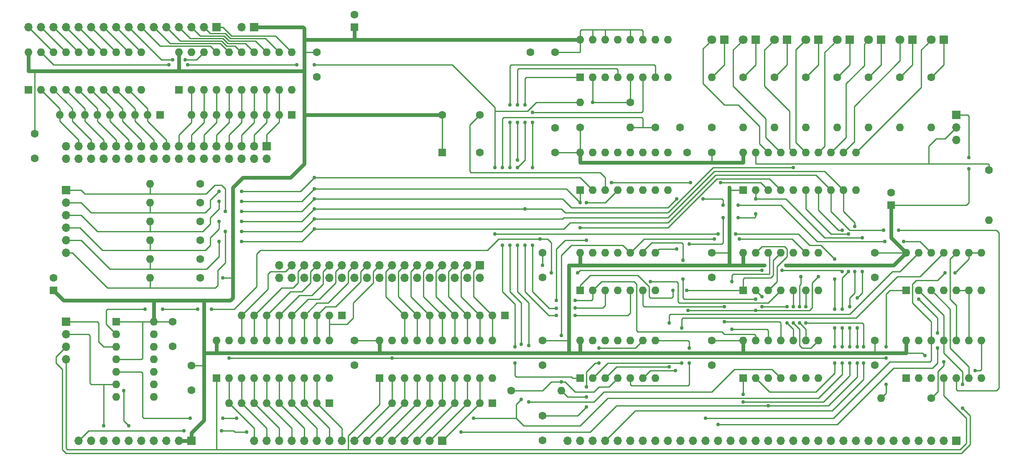
<source format=gtl>
G04 #@! TF.GenerationSoftware,KiCad,Pcbnew,(5.1.5)-3*
G04 #@! TF.CreationDate,2022-12-08T21:37:01-08:00*
G04 #@! TF.ProjectId,interface_clock,696e7465-7266-4616-9365-5f636c6f636b,rev?*
G04 #@! TF.SameCoordinates,Original*
G04 #@! TF.FileFunction,Copper,L1,Top*
G04 #@! TF.FilePolarity,Positive*
%FSLAX46Y46*%
G04 Gerber Fmt 4.6, Leading zero omitted, Abs format (unit mm)*
G04 Created by KiCad (PCBNEW (5.1.5)-3) date 2022-12-08 21:37:01*
%MOMM*%
%LPD*%
G04 APERTURE LIST*
%ADD10O,1.700000X1.700000*%
%ADD11R,1.700000X1.700000*%
%ADD12O,1.600000X1.600000*%
%ADD13R,1.600000X1.600000*%
%ADD14C,1.600000*%
%ADD15C,1.800000*%
%ADD16R,1.800000X1.800000*%
%ADD17C,0.762000*%
%ADD18C,0.762000*%
%ADD19C,0.254000*%
G04 APERTURE END LIST*
D10*
X60960000Y-87630000D03*
X60960000Y-85090000D03*
X63500000Y-87630000D03*
X63500000Y-85090000D03*
X66040000Y-87630000D03*
X66040000Y-85090000D03*
X68580000Y-87630000D03*
X68580000Y-85090000D03*
X71120000Y-87630000D03*
X71120000Y-85090000D03*
X73660000Y-87630000D03*
X73660000Y-85090000D03*
X76200000Y-87630000D03*
X76200000Y-85090000D03*
X78740000Y-87630000D03*
X78740000Y-85090000D03*
X81280000Y-87630000D03*
X81280000Y-85090000D03*
X83820000Y-87630000D03*
X83820000Y-85090000D03*
X86360000Y-87630000D03*
X86360000Y-85090000D03*
X88900000Y-87630000D03*
X88900000Y-85090000D03*
X91440000Y-87630000D03*
X91440000Y-85090000D03*
X93980000Y-87630000D03*
X93980000Y-85090000D03*
X96520000Y-87630000D03*
X96520000Y-85090000D03*
X99060000Y-87630000D03*
X99060000Y-85090000D03*
X101600000Y-87630000D03*
D11*
X101600000Y-85090000D03*
D10*
X104140000Y-111760000D03*
X104140000Y-109220000D03*
X106680000Y-111760000D03*
X106680000Y-109220000D03*
X109220000Y-111760000D03*
X109220000Y-109220000D03*
X111760000Y-111760000D03*
X111760000Y-109220000D03*
X114300000Y-111760000D03*
X114300000Y-109220000D03*
X116840000Y-111760000D03*
X116840000Y-109220000D03*
X119380000Y-111760000D03*
X119380000Y-109220000D03*
X121920000Y-111760000D03*
X121920000Y-109220000D03*
X124460000Y-111760000D03*
X124460000Y-109220000D03*
X127000000Y-111760000D03*
X127000000Y-109220000D03*
X129540000Y-111760000D03*
X129540000Y-109220000D03*
X132080000Y-111760000D03*
X132080000Y-109220000D03*
X134620000Y-111760000D03*
X134620000Y-109220000D03*
X137160000Y-111760000D03*
X137160000Y-109220000D03*
X139700000Y-111760000D03*
X139700000Y-109220000D03*
X142240000Y-111760000D03*
X142240000Y-109220000D03*
X144780000Y-111760000D03*
D11*
X144780000Y-109220000D03*
D12*
X165100000Y-63500000D03*
X182880000Y-71120000D03*
X167640000Y-63500000D03*
X180340000Y-71120000D03*
X170180000Y-63500000D03*
X177800000Y-71120000D03*
X172720000Y-63500000D03*
X175260000Y-71120000D03*
X175260000Y-63500000D03*
X172720000Y-71120000D03*
X177800000Y-63500000D03*
X170180000Y-71120000D03*
X180340000Y-63500000D03*
X167640000Y-71120000D03*
X182880000Y-63500000D03*
D13*
X165100000Y-71120000D03*
D12*
X161290000Y-134620000D03*
D14*
X151130000Y-134620000D03*
X157480000Y-144700000D03*
X157480000Y-139700000D03*
X155020000Y-66040000D03*
X160020000Y-66040000D03*
D12*
X165100000Y-76200000D03*
D14*
X175260000Y-76200000D03*
D12*
X226060000Y-136144000D03*
D14*
X236220000Y-136144000D03*
D12*
X198120000Y-106680000D03*
X213360000Y-114300000D03*
X200660000Y-106680000D03*
X210820000Y-114300000D03*
X203200000Y-106680000D03*
X208280000Y-114300000D03*
X205740000Y-106680000D03*
X205740000Y-114300000D03*
X208280000Y-106680000D03*
X203200000Y-114300000D03*
X210820000Y-106680000D03*
X200660000Y-114300000D03*
X213360000Y-106680000D03*
D13*
X198120000Y-114300000D03*
D10*
X96520000Y-60960000D03*
D11*
X99060000Y-60960000D03*
D12*
X175260000Y-81280000D03*
D14*
X165100000Y-81280000D03*
D12*
X236220000Y-81280000D03*
D14*
X236220000Y-71120000D03*
D15*
X236220000Y-63500000D03*
D16*
X238760000Y-63500000D03*
D15*
X229870000Y-63500000D03*
D16*
X232410000Y-63500000D03*
D12*
X78740000Y-120650000D03*
X71120000Y-135890000D03*
X78740000Y-123190000D03*
X71120000Y-133350000D03*
X78740000Y-125730000D03*
X71120000Y-130810000D03*
X78740000Y-128270000D03*
X71120000Y-128270000D03*
X78740000Y-130810000D03*
X71120000Y-125730000D03*
X78740000Y-133350000D03*
X71120000Y-123190000D03*
X78740000Y-135890000D03*
D13*
X71120000Y-120650000D03*
D14*
X82550000Y-125650000D03*
X82550000Y-120650000D03*
D12*
X198120000Y-86360000D03*
X220980000Y-93980000D03*
X200660000Y-86360000D03*
X218440000Y-93980000D03*
X203200000Y-86360000D03*
X215900000Y-93980000D03*
X205740000Y-86360000D03*
X213360000Y-93980000D03*
X208280000Y-86360000D03*
X210820000Y-93980000D03*
X210820000Y-86360000D03*
X208280000Y-93980000D03*
X213360000Y-86360000D03*
X205740000Y-93980000D03*
X215900000Y-86360000D03*
X203200000Y-93980000D03*
X218440000Y-86360000D03*
X200660000Y-93980000D03*
X220980000Y-86360000D03*
D13*
X198120000Y-93980000D03*
D12*
X247904000Y-100076000D03*
D14*
X247904000Y-89916000D03*
D12*
X229870000Y-81280000D03*
D14*
X229870000Y-71120000D03*
D12*
X223520000Y-81280000D03*
D14*
X223520000Y-71120000D03*
D12*
X217170000Y-81280000D03*
D14*
X217170000Y-71120000D03*
D12*
X210820000Y-81280000D03*
D14*
X210820000Y-71120000D03*
D12*
X204470000Y-81280000D03*
D14*
X204470000Y-71120000D03*
D12*
X198120000Y-81280000D03*
D14*
X198120000Y-71120000D03*
D10*
X241300000Y-83820000D03*
X241300000Y-81280000D03*
D11*
X241300000Y-78740000D03*
D15*
X223520000Y-63500000D03*
D16*
X226060000Y-63500000D03*
D15*
X217170000Y-63500000D03*
D16*
X219710000Y-63500000D03*
D15*
X210820000Y-63500000D03*
D16*
X213360000Y-63500000D03*
D15*
X204470000Y-63500000D03*
D16*
X207010000Y-63500000D03*
D15*
X198120000Y-63500000D03*
D16*
X200660000Y-63500000D03*
D15*
X191770000Y-63500000D03*
D16*
X194310000Y-63500000D03*
D14*
X186770000Y-86360000D03*
X191770000Y-86360000D03*
D12*
X165100000Y-124460000D03*
X180340000Y-132080000D03*
X167640000Y-124460000D03*
X177800000Y-132080000D03*
X170180000Y-124460000D03*
X175260000Y-132080000D03*
X172720000Y-124460000D03*
X172720000Y-132080000D03*
X175260000Y-124460000D03*
X170180000Y-132080000D03*
X177800000Y-124460000D03*
X167640000Y-132080000D03*
X180340000Y-124460000D03*
D13*
X165100000Y-132080000D03*
D12*
X77978000Y-111760000D03*
D14*
X88138000Y-111760000D03*
D12*
X77978000Y-107950000D03*
D14*
X88138000Y-107950000D03*
D12*
X77978000Y-104140000D03*
D14*
X88138000Y-104140000D03*
D12*
X77978000Y-100330000D03*
D14*
X88138000Y-100330000D03*
D12*
X77978000Y-96520000D03*
D14*
X88138000Y-96520000D03*
D12*
X77978000Y-92710000D03*
D14*
X88138000Y-92710000D03*
D12*
X191770000Y-71120000D03*
D14*
X191770000Y-81280000D03*
D10*
X60960000Y-128270000D03*
X60960000Y-125730000D03*
X60960000Y-123190000D03*
D11*
X60960000Y-120650000D03*
D10*
X60960000Y-106680000D03*
X60960000Y-104140000D03*
X60960000Y-101600000D03*
X60960000Y-99060000D03*
X60960000Y-96520000D03*
D11*
X60960000Y-93980000D03*
D14*
X185340000Y-81280000D03*
X180340000Y-81280000D03*
X157480000Y-129460000D03*
X157480000Y-124460000D03*
X144780000Y-86360000D03*
X144780000Y-78740000D03*
X137160000Y-78740000D03*
D13*
X137160000Y-86360000D03*
D12*
X165100000Y-86360000D03*
X182880000Y-93980000D03*
X167640000Y-86360000D03*
X180340000Y-93980000D03*
X170180000Y-86360000D03*
X177800000Y-93980000D03*
X172720000Y-86360000D03*
X175260000Y-93980000D03*
X175260000Y-86360000D03*
X172720000Y-93980000D03*
X177800000Y-86360000D03*
X170180000Y-93980000D03*
X180340000Y-86360000D03*
X167640000Y-93980000D03*
X182880000Y-86360000D03*
D13*
X165100000Y-93980000D03*
D12*
X83820000Y-66040000D03*
X106680000Y-73660000D03*
X86360000Y-66040000D03*
X104140000Y-73660000D03*
X88900000Y-66040000D03*
X101600000Y-73660000D03*
X91440000Y-66040000D03*
X99060000Y-73660000D03*
X93980000Y-66040000D03*
X96520000Y-73660000D03*
X96520000Y-66040000D03*
X93980000Y-73660000D03*
X99060000Y-66040000D03*
X91440000Y-73660000D03*
X101600000Y-66040000D03*
X88900000Y-73660000D03*
X104140000Y-66040000D03*
X86360000Y-73660000D03*
X106680000Y-66040000D03*
D13*
X83820000Y-73660000D03*
D12*
X53340000Y-66040000D03*
X76200000Y-73660000D03*
X55880000Y-66040000D03*
X73660000Y-73660000D03*
X58420000Y-66040000D03*
X71120000Y-73660000D03*
X60960000Y-66040000D03*
X68580000Y-73660000D03*
X63500000Y-66040000D03*
X66040000Y-73660000D03*
X66040000Y-66040000D03*
X63500000Y-73660000D03*
X68580000Y-66040000D03*
X60960000Y-73660000D03*
X71120000Y-66040000D03*
X58420000Y-73660000D03*
X73660000Y-66040000D03*
X55880000Y-73660000D03*
X76200000Y-66040000D03*
D13*
X53340000Y-73660000D03*
D12*
X124460000Y-124460000D03*
X147320000Y-132080000D03*
X127000000Y-124460000D03*
X144780000Y-132080000D03*
X129540000Y-124460000D03*
X142240000Y-132080000D03*
X132080000Y-124460000D03*
X139700000Y-132080000D03*
X134620000Y-124460000D03*
X137160000Y-132080000D03*
X137160000Y-124460000D03*
X134620000Y-132080000D03*
X139700000Y-124460000D03*
X132080000Y-132080000D03*
X142240000Y-124460000D03*
X129540000Y-132080000D03*
X144780000Y-124460000D03*
X127000000Y-132080000D03*
X147320000Y-124460000D03*
D13*
X124460000Y-132080000D03*
D12*
X91440000Y-124460000D03*
X114300000Y-132080000D03*
X93980000Y-124460000D03*
X111760000Y-132080000D03*
X96520000Y-124460000D03*
X109220000Y-132080000D03*
X99060000Y-124460000D03*
X106680000Y-132080000D03*
X101600000Y-124460000D03*
X104140000Y-132080000D03*
X104140000Y-124460000D03*
X101600000Y-132080000D03*
X106680000Y-124460000D03*
X99060000Y-132080000D03*
X109220000Y-124460000D03*
X96520000Y-132080000D03*
X111760000Y-124460000D03*
X93980000Y-132080000D03*
X114300000Y-124460000D03*
D13*
X91440000Y-132080000D03*
D12*
X231140000Y-106680000D03*
X246380000Y-114300000D03*
X233680000Y-106680000D03*
X243840000Y-114300000D03*
X236220000Y-106680000D03*
X241300000Y-114300000D03*
X238760000Y-106680000D03*
X238760000Y-114300000D03*
X241300000Y-106680000D03*
X236220000Y-114300000D03*
X243840000Y-106680000D03*
X233680000Y-114300000D03*
X246380000Y-106680000D03*
D13*
X231140000Y-114300000D03*
D12*
X231140000Y-124460000D03*
X246380000Y-132080000D03*
X233680000Y-124460000D03*
X243840000Y-132080000D03*
X236220000Y-124460000D03*
X241300000Y-132080000D03*
X238760000Y-124460000D03*
X238760000Y-132080000D03*
X241300000Y-124460000D03*
X236220000Y-132080000D03*
X243840000Y-124460000D03*
X233680000Y-132080000D03*
X246380000Y-124460000D03*
D13*
X231140000Y-132080000D03*
D12*
X165100000Y-106680000D03*
X180340000Y-114300000D03*
X167640000Y-106680000D03*
X177800000Y-114300000D03*
X170180000Y-106680000D03*
X175260000Y-114300000D03*
X172720000Y-106680000D03*
X172720000Y-114300000D03*
X175260000Y-106680000D03*
X170180000Y-114300000D03*
X177800000Y-106680000D03*
X167640000Y-114300000D03*
X180340000Y-106680000D03*
D13*
X165100000Y-114300000D03*
D12*
X198120000Y-124460000D03*
X213360000Y-132080000D03*
X200660000Y-124460000D03*
X210820000Y-132080000D03*
X203200000Y-124460000D03*
X208280000Y-132080000D03*
X205740000Y-124460000D03*
X205740000Y-132080000D03*
X208280000Y-124460000D03*
X203200000Y-132080000D03*
X210820000Y-124460000D03*
X200660000Y-132080000D03*
X213360000Y-124460000D03*
D13*
X198120000Y-132080000D03*
D11*
X137160000Y-144780000D03*
D10*
X134620000Y-144780000D03*
X132080000Y-144780000D03*
X129540000Y-144780000D03*
X127000000Y-144780000D03*
X124460000Y-144780000D03*
X121920000Y-144780000D03*
X119380000Y-144780000D03*
X116840000Y-144780000D03*
X114300000Y-144780000D03*
X111760000Y-144780000D03*
X109220000Y-144780000D03*
X106680000Y-144780000D03*
X104140000Y-144780000D03*
X101600000Y-144780000D03*
X99060000Y-144780000D03*
D11*
X86360000Y-144780000D03*
D10*
X83820000Y-144780000D03*
X81280000Y-144780000D03*
X78740000Y-144780000D03*
X76200000Y-144780000D03*
X73660000Y-144780000D03*
X71120000Y-144780000D03*
X68580000Y-144780000D03*
X66040000Y-144780000D03*
X63500000Y-144780000D03*
X162560000Y-144780000D03*
X165100000Y-144780000D03*
X167640000Y-144780000D03*
X170180000Y-144780000D03*
X172720000Y-144780000D03*
X175260000Y-144780000D03*
X177800000Y-144780000D03*
X180340000Y-144780000D03*
X182880000Y-144780000D03*
X185420000Y-144780000D03*
X187960000Y-144780000D03*
X190500000Y-144780000D03*
X193040000Y-144780000D03*
X195580000Y-144780000D03*
X198120000Y-144780000D03*
X200660000Y-144780000D03*
X203200000Y-144780000D03*
X205740000Y-144780000D03*
X208280000Y-144780000D03*
X210820000Y-144780000D03*
X213360000Y-144780000D03*
X215900000Y-144780000D03*
X218440000Y-144780000D03*
X220980000Y-144780000D03*
X223520000Y-144780000D03*
X226060000Y-144780000D03*
X228600000Y-144780000D03*
X231140000Y-144780000D03*
X233680000Y-144780000D03*
X236220000Y-144780000D03*
X238760000Y-144780000D03*
D11*
X241300000Y-144780000D03*
D12*
X59690000Y-78740000D03*
X62230000Y-78740000D03*
X64770000Y-78740000D03*
X67310000Y-78740000D03*
X69850000Y-78740000D03*
X72390000Y-78740000D03*
X74930000Y-78740000D03*
X77470000Y-78740000D03*
D13*
X80010000Y-78740000D03*
D12*
X86360000Y-78740000D03*
X88900000Y-78740000D03*
X91440000Y-78740000D03*
X93980000Y-78740000D03*
X96520000Y-78740000D03*
X99060000Y-78740000D03*
X101600000Y-78740000D03*
X104140000Y-78740000D03*
D13*
X106680000Y-78740000D03*
D12*
X96520000Y-119380000D03*
X99060000Y-119380000D03*
X101600000Y-119380000D03*
X104140000Y-119380000D03*
X106680000Y-119380000D03*
X109220000Y-119380000D03*
X111760000Y-119380000D03*
X114300000Y-119380000D03*
D13*
X116840000Y-119380000D03*
D12*
X129540000Y-119380000D03*
X132080000Y-119380000D03*
X134620000Y-119380000D03*
X137160000Y-119380000D03*
X139700000Y-119380000D03*
X142240000Y-119380000D03*
X144780000Y-119380000D03*
X147320000Y-119380000D03*
D13*
X149860000Y-119380000D03*
D12*
X93980000Y-137160000D03*
X96520000Y-137160000D03*
X99060000Y-137160000D03*
X101600000Y-137160000D03*
X104140000Y-137160000D03*
X106680000Y-137160000D03*
X109220000Y-137160000D03*
X111760000Y-137160000D03*
D13*
X114300000Y-137160000D03*
D12*
X127000000Y-137160000D03*
X129540000Y-137160000D03*
X132080000Y-137160000D03*
X134620000Y-137160000D03*
X137160000Y-137160000D03*
X139700000Y-137160000D03*
X142240000Y-137160000D03*
X144780000Y-137160000D03*
D13*
X147320000Y-137160000D03*
D10*
X53340000Y-60960000D03*
X55880000Y-60960000D03*
X58420000Y-60960000D03*
X60960000Y-60960000D03*
X63500000Y-60960000D03*
X66040000Y-60960000D03*
X68580000Y-60960000D03*
X71120000Y-60960000D03*
X73660000Y-60960000D03*
X76200000Y-60960000D03*
X78740000Y-60960000D03*
X81280000Y-60960000D03*
X83820000Y-60960000D03*
X86360000Y-60960000D03*
X88900000Y-60960000D03*
D11*
X91440000Y-60960000D03*
D14*
X228092000Y-94528000D03*
D13*
X228092000Y-97028000D03*
D14*
X58420000Y-111800000D03*
D13*
X58420000Y-114300000D03*
D14*
X119380000Y-58460000D03*
D13*
X119380000Y-60960000D03*
D14*
X160020000Y-81360000D03*
X160020000Y-86360000D03*
X111760000Y-71040000D03*
X111760000Y-66040000D03*
X54610000Y-87550000D03*
X54610000Y-82550000D03*
X119380000Y-129460000D03*
X119380000Y-124460000D03*
X86360000Y-134540000D03*
X86360000Y-129540000D03*
X224790000Y-111680000D03*
X224790000Y-106680000D03*
X224790000Y-129460000D03*
X224790000Y-124460000D03*
X157480000Y-111680000D03*
X157480000Y-106680000D03*
X191770000Y-129460000D03*
X191770000Y-124460000D03*
X191770000Y-106680000D03*
X191770000Y-111680000D03*
D17*
X202438000Y-109220000D03*
X206756000Y-109220000D03*
X208026000Y-109219992D03*
X201168000Y-109220000D03*
X195326000Y-94742000D03*
X195326000Y-93472000D03*
X195326000Y-88392000D03*
X196596000Y-88392000D03*
X164084000Y-109220000D03*
X243840000Y-87376000D03*
X157480000Y-109220000D03*
X167640000Y-76200000D03*
X243839988Y-89662000D03*
X234950000Y-127508000D03*
X238760000Y-128778000D03*
X92710000Y-111760000D03*
X210820000Y-120903994D03*
X210820000Y-117602000D03*
X222504000Y-125730000D03*
X222504000Y-129032000D03*
X239014000Y-110743994D03*
X241046000Y-110744000D03*
X190499996Y-140208000D03*
X193040000Y-141478000D03*
X237490000Y-125984000D03*
X73660000Y-141732000D03*
X72644000Y-134620000D03*
X68580000Y-141732000D03*
X92456000Y-142747986D03*
X84836000Y-142748000D03*
X222250000Y-110490000D03*
X222250000Y-103632000D03*
X203200002Y-137668000D03*
X221234000Y-121920000D03*
X221234000Y-115824000D03*
X221234000Y-125730006D03*
X221234000Y-129032000D03*
X184658000Y-105918000D03*
X200660000Y-98806000D03*
X200660000Y-95758000D03*
X187198000Y-104901992D03*
X197104000Y-99568000D03*
X194056000Y-99568000D03*
X140970000Y-143002000D03*
X97536000Y-143002000D03*
X82550016Y-67564000D03*
X85090000Y-67564000D03*
X208280000Y-89408000D03*
X164084000Y-119380000D03*
X160274000Y-119380000D03*
X153924000Y-105156000D03*
X153924000Y-97790000D03*
X91948000Y-100330000D03*
X96520000Y-100330006D03*
X111252000Y-97790000D03*
X209550000Y-120904000D03*
X209550000Y-117602000D03*
X209804000Y-111506000D03*
X194310000Y-117602000D03*
X194310000Y-120650000D03*
X160274000Y-117909987D03*
X164084000Y-117856000D03*
X155448008Y-105155996D03*
X152400000Y-87884000D03*
X152400000Y-80264000D03*
X152400000Y-76708000D03*
X193548000Y-92456000D03*
X187451994Y-92456000D03*
X171450000Y-92456000D03*
X91948000Y-94234000D03*
X96520000Y-94234000D03*
X111252000Y-91440000D03*
X165100000Y-96520000D03*
X165100000Y-101600000D03*
X91948000Y-96266006D03*
X96520000Y-96266000D03*
X111252000Y-93726000D03*
X245110000Y-130556000D03*
X242570000Y-133350000D03*
X242570000Y-138176000D03*
X186690000Y-114300000D03*
X183896000Y-114300000D03*
X166370000Y-96520000D03*
X166370000Y-104140000D03*
X164084000Y-116332000D03*
X160274000Y-116332000D03*
X233680000Y-116077988D03*
X237490000Y-122936000D03*
X207010000Y-120904000D03*
X207010000Y-117602000D03*
X201930000Y-117602000D03*
X201930000Y-115570000D03*
X151892000Y-125730006D03*
X151892000Y-129032010D03*
X149352000Y-89408000D03*
X149352000Y-105156000D03*
X189992000Y-95758000D03*
X184657980Y-95758000D03*
X226822000Y-104394000D03*
X230632000Y-104394000D03*
X197104006Y-97028000D03*
X194056000Y-97028000D03*
X93218000Y-98298000D03*
X96520000Y-98298000D03*
X111252000Y-95758000D03*
X183134000Y-129794000D03*
X183134000Y-120904000D03*
X185674000Y-129032018D03*
X185674000Y-121920000D03*
X195834000Y-122174000D03*
X195833990Y-112522000D03*
X179324000Y-112522000D03*
X219456000Y-110490000D03*
X219456000Y-102870000D03*
X218186000Y-118110000D03*
X218186000Y-121920000D03*
X218186000Y-125730000D03*
X218186000Y-129032010D03*
X153162010Y-125222000D03*
X150876000Y-76708000D03*
X150876000Y-80264000D03*
X150875986Y-105156000D03*
X150876000Y-89408000D03*
X153162000Y-136398000D03*
X92710000Y-140208006D03*
X86106000Y-140208000D03*
X143510000Y-140208000D03*
X95504000Y-140208000D03*
X218186012Y-110490000D03*
X201930000Y-110236000D03*
X205994000Y-110236000D03*
X164592000Y-110744000D03*
X218186000Y-102108000D03*
X159258006Y-110744000D03*
X156972000Y-103886000D03*
X155448000Y-78232000D03*
X155448000Y-80264000D03*
X155448000Y-89408000D03*
X76962000Y-118110000D03*
X80518000Y-118110000D03*
X87630000Y-118110004D03*
X90424000Y-118110000D03*
X220726000Y-110490000D03*
X220726000Y-101346000D03*
X198120000Y-136906000D03*
X198120000Y-135382000D03*
X219710000Y-121920000D03*
X219710000Y-117602000D03*
X219710004Y-125730000D03*
X219710000Y-129032000D03*
X93218000Y-102362000D03*
X96520000Y-102362000D03*
X111252000Y-99822000D03*
X226568000Y-102108000D03*
X229616000Y-102108000D03*
X91948000Y-104394006D03*
X96520000Y-104394000D03*
X111251996Y-101854004D03*
X216662000Y-112014000D03*
X216662000Y-118110000D03*
X216662000Y-121920000D03*
X216662000Y-125730000D03*
X216662000Y-129032000D03*
X216662000Y-107950000D03*
X147828000Y-89408000D03*
X147828000Y-102869996D03*
X196596000Y-102870000D03*
X193040000Y-102870000D03*
X81788000Y-68580000D03*
X85598000Y-68580000D03*
X107696000Y-68580012D03*
X111252000Y-68580000D03*
X227076000Y-125730000D03*
X127000000Y-128016000D03*
X93980000Y-128016000D03*
X227075992Y-128016000D03*
X227076000Y-133350000D03*
X168910000Y-129032000D03*
X168910000Y-125984020D03*
X166370000Y-133858000D03*
X166370000Y-135890000D03*
X166370000Y-137922000D03*
X161290000Y-123444000D03*
X161290000Y-132841996D03*
X197358000Y-103886000D03*
X192278000Y-103886000D03*
X200660000Y-116078000D03*
X200660000Y-118364000D03*
X185928000Y-112014000D03*
X185927994Y-108204000D03*
X186944000Y-118364000D03*
X184404000Y-130556000D03*
X213359994Y-111506000D03*
X154686000Y-125476000D03*
X154686000Y-136906000D03*
X152400000Y-89408000D03*
X152400000Y-105156000D03*
X153924000Y-80264000D03*
X153924000Y-76708000D03*
X187198000Y-125984000D03*
X187198000Y-129032000D03*
X208280000Y-120904000D03*
X208280000Y-117602000D03*
D18*
X86360000Y-143168000D02*
X88900000Y-140628000D01*
X86360000Y-144780000D02*
X86360000Y-143168000D01*
X83820000Y-144780000D02*
X86360000Y-144780000D01*
X231140000Y-127000000D02*
X231140000Y-124460000D01*
X198120000Y-124460000D02*
X198120000Y-127000000D01*
X165100000Y-124460000D02*
X165100000Y-127000000D01*
X162814000Y-127000000D02*
X165100000Y-127000000D01*
X165100000Y-127000000D02*
X198120000Y-127000000D01*
X165100000Y-107811370D02*
X165100000Y-109220000D01*
X165100000Y-106680000D02*
X165100000Y-107811370D01*
X165100000Y-109220000D02*
X195326000Y-109220000D01*
X195326000Y-109220000D02*
X198120000Y-109220000D01*
X198120000Y-106680000D02*
X198120000Y-109220000D01*
X198120000Y-109220000D02*
X199390000Y-109220000D01*
X198120000Y-86360000D02*
X198120000Y-88392000D01*
X165100000Y-88392000D02*
X165100000Y-86360000D01*
X201930000Y-109220000D02*
X202438000Y-109220000D01*
X199390000Y-109220000D02*
X201930000Y-109220000D01*
X231140000Y-106680000D02*
X228600008Y-109219992D01*
X228600008Y-109219992D02*
X208564815Y-109219992D01*
X208564815Y-109219992D02*
X208026000Y-109219992D01*
X208025992Y-109220000D02*
X208026000Y-109219992D01*
X206756000Y-109220000D02*
X208025992Y-109220000D01*
D19*
X201930000Y-109220000D02*
X201168000Y-109220000D01*
D18*
X195326000Y-98044000D02*
X195326000Y-94742000D01*
X198120000Y-88392000D02*
X196596000Y-88392000D01*
X195326000Y-88392000D02*
X196596000Y-88392000D01*
X91440000Y-124460000D02*
X91440000Y-127000000D01*
X88900000Y-127000000D02*
X91440000Y-127000000D01*
X124460000Y-126746000D02*
X124714000Y-127000000D01*
X91440000Y-127000000D02*
X124714000Y-127000000D01*
X124460000Y-124460000D02*
X124460000Y-126746000D01*
X99060000Y-60960000D02*
X108966000Y-60960000D01*
X108966000Y-60960000D02*
X109220000Y-61214000D01*
X109220000Y-70104000D02*
X109220000Y-69596000D01*
D19*
X119380000Y-124460000D02*
X124460000Y-124460000D01*
X157480000Y-124460000D02*
X162814000Y-124460000D01*
D18*
X162814000Y-127000000D02*
X162814000Y-124460000D01*
X162814000Y-124460000D02*
X162814000Y-109220000D01*
X162814000Y-109220000D02*
X164084000Y-109220000D01*
X164084000Y-109220000D02*
X165100000Y-109220000D01*
D19*
X160020000Y-86360000D02*
X165100000Y-86360000D01*
X165100000Y-81280000D02*
X165100000Y-86360000D01*
X111760000Y-66040000D02*
X109220000Y-66040000D01*
D18*
X109220000Y-66040000D02*
X109220000Y-66548000D01*
D19*
X191770000Y-86360000D02*
X191770000Y-88392000D01*
D18*
X195326000Y-88392000D02*
X191770000Y-88392000D01*
X191770000Y-88392000D02*
X165100000Y-88392000D01*
X231140000Y-106680000D02*
X228092000Y-103632000D01*
X228092000Y-103632000D02*
X228092000Y-97028000D01*
D19*
X224790000Y-106680000D02*
X231140000Y-106680000D01*
X224790000Y-124460000D02*
X224790000Y-125591370D01*
X224790000Y-125591370D02*
X224790000Y-127000000D01*
D18*
X198120000Y-127000000D02*
X224790000Y-127000000D01*
X224790000Y-127000000D02*
X228346000Y-127000000D01*
D19*
X191770000Y-106680000D02*
X195326000Y-106680000D01*
D18*
X195326000Y-109220000D02*
X195326000Y-106680000D01*
X195326000Y-106680000D02*
X195326000Y-98044000D01*
X195326000Y-94742000D02*
X195326000Y-93980000D01*
D19*
X198120000Y-93980000D02*
X195326000Y-93980000D01*
D18*
X195326000Y-93980000D02*
X195326000Y-93472000D01*
D19*
X191770000Y-124460000D02*
X198120000Y-124460000D01*
D18*
X137160000Y-78740000D02*
X109474000Y-78740000D01*
X109474000Y-78740000D02*
X109220000Y-78994000D01*
X109220000Y-78994000D02*
X109220000Y-70104000D01*
D19*
X137160000Y-78740000D02*
X137160000Y-86360000D01*
D18*
X109220000Y-66548000D02*
X109220000Y-69596000D01*
X124714000Y-127000000D02*
X150876000Y-127000000D01*
X162814000Y-127000000D02*
X150876000Y-127000000D01*
D19*
X157480000Y-106680000D02*
X157480000Y-109220000D01*
D18*
X109220000Y-63754000D02*
X109474000Y-63500000D01*
X109220000Y-63754000D02*
X109220000Y-66040000D01*
X109220000Y-61214000D02*
X109220000Y-63754000D01*
D19*
X175260000Y-71120000D02*
X175260000Y-72251370D01*
X175260000Y-72251370D02*
X175260000Y-76200000D01*
X175260000Y-76200000D02*
X167640000Y-76200000D01*
X167640000Y-71120000D02*
X167640000Y-76200000D01*
X160020000Y-66040000D02*
X165100000Y-66040000D01*
X165100000Y-66040000D02*
X165100000Y-63500000D01*
X243840000Y-89662012D02*
X243839988Y-89662000D01*
X243840000Y-96520000D02*
X243840000Y-89662012D01*
X228092000Y-97028000D02*
X243332000Y-97028000D01*
X243332000Y-97028000D02*
X243840000Y-96520000D01*
D18*
X228346000Y-127000000D02*
X231140000Y-127000000D01*
D19*
X234442000Y-127000000D02*
X231140000Y-127000000D01*
X234950000Y-127508000D02*
X234442000Y-127000000D01*
X238760000Y-129540000D02*
X238760000Y-128778000D01*
X237563011Y-130736989D02*
X238760000Y-129540000D01*
X236220000Y-136144000D02*
X237563011Y-134800989D01*
X237563011Y-134800989D02*
X237563011Y-130736989D01*
X175260000Y-62368630D02*
X175260000Y-61468000D01*
X175260000Y-63500000D02*
X175260000Y-62368630D01*
X170180000Y-63500000D02*
X170180000Y-61468000D01*
X170180000Y-61468000D02*
X175260000Y-61468000D01*
X177800000Y-61722000D02*
X177800000Y-63500000D01*
X175260000Y-61468000D02*
X177546000Y-61468000D01*
X177546000Y-61468000D02*
X177800000Y-61722000D01*
X167640000Y-61468000D02*
X170180000Y-61468000D01*
X167640000Y-63500000D02*
X167640000Y-61468000D01*
X165354000Y-61468000D02*
X167640000Y-61468000D01*
X165100000Y-63500000D02*
X165100000Y-61722000D01*
X165100000Y-61722000D02*
X165354000Y-61468000D01*
X243840000Y-87376000D02*
X243840000Y-78994000D01*
X243586000Y-78740000D02*
X241300000Y-78740000D01*
X243840000Y-78994000D02*
X243586000Y-78740000D01*
D18*
X83820000Y-69850000D02*
X83820000Y-66040000D01*
X53340000Y-69850000D02*
X53340000Y-66040000D01*
X108966000Y-69850000D02*
X53340000Y-69850000D01*
X109220000Y-69596000D02*
X108966000Y-69850000D01*
X119380000Y-63500000D02*
X119380000Y-60960000D01*
X119380000Y-63500000D02*
X165100000Y-63500000D01*
X109474000Y-63500000D02*
X119380000Y-63500000D01*
D19*
X71120000Y-120650000D02*
X76962000Y-120650000D01*
X76708000Y-120650000D02*
X76962000Y-120650000D01*
X76962000Y-120650000D02*
X78740000Y-120650000D01*
X76454000Y-128016000D02*
X76454000Y-120650000D01*
X71120000Y-128270000D02*
X76200000Y-128270000D01*
X76200000Y-128270000D02*
X76454000Y-128016000D01*
D18*
X78740000Y-120650000D02*
X78740000Y-116332000D01*
X88900000Y-124460000D02*
X88900000Y-116332000D01*
X88900000Y-127000000D02*
X88900000Y-124460000D01*
D19*
X54610000Y-75692000D02*
X54610000Y-69850000D01*
X54610000Y-82296000D02*
X54610000Y-75692000D01*
X78740000Y-120650000D02*
X82550000Y-120650000D01*
X86360000Y-129540000D02*
X88900000Y-129540000D01*
D18*
X88900000Y-140628000D02*
X88900000Y-129540000D01*
X88900000Y-129540000D02*
X88900000Y-127000000D01*
D19*
X94488000Y-111760000D02*
X92710000Y-111760000D01*
X94742000Y-111506000D02*
X94488000Y-111760000D01*
D18*
X96774000Y-91440000D02*
X106426000Y-91440000D01*
X106426000Y-91440000D02*
X109220000Y-88646000D01*
X60452000Y-116332000D02*
X94234000Y-116332000D01*
X58420000Y-114300000D02*
X60452000Y-116332000D01*
X94234000Y-116332000D02*
X94742000Y-115824000D01*
X109220000Y-88646000D02*
X109220000Y-78994000D01*
X94742000Y-115824000D02*
X94742000Y-93472000D01*
X94742000Y-93472000D02*
X96774000Y-91440000D01*
D19*
X210820000Y-114300000D02*
X210820000Y-117602000D01*
X222504000Y-125191185D02*
X222504000Y-125730000D01*
X222249994Y-120903994D02*
X222504000Y-121158000D01*
X210820000Y-120903994D02*
X222249994Y-120903994D01*
X222504000Y-121158000D02*
X222504000Y-125191185D01*
X222504000Y-132334000D02*
X222504000Y-129032000D01*
X216154000Y-138684000D02*
X222504000Y-132334000D01*
X170180000Y-144780000D02*
X176276000Y-138684000D01*
X176276000Y-138684000D02*
X216154000Y-138684000D01*
X243840000Y-106680000D02*
X246380000Y-106680000D01*
X243840000Y-106680000D02*
X243840000Y-107950000D01*
X241426999Y-110363001D02*
X241046000Y-110744000D01*
X243840000Y-107950000D02*
X241426999Y-110363001D01*
X238633001Y-111124993D02*
X239014000Y-110743994D01*
X236220000Y-120650000D02*
X232410000Y-116840000D01*
X233172000Y-112268000D02*
X237489994Y-112268000D01*
X237489994Y-112268000D02*
X238633001Y-111124993D01*
X236220000Y-124460000D02*
X236220000Y-120650000D01*
X232410000Y-113030000D02*
X233172000Y-112268000D01*
X232410000Y-116840000D02*
X232410000Y-113030000D01*
X191038811Y-140208000D02*
X190499996Y-140208000D01*
X236220000Y-128524000D02*
X235966000Y-128778000D01*
X236220000Y-124460000D02*
X236220000Y-128524000D01*
X227838000Y-128778000D02*
X216408000Y-140208000D01*
X235966000Y-128778000D02*
X227838000Y-128778000D01*
X216408000Y-140208000D02*
X191038811Y-140208000D01*
X243840000Y-124460000D02*
X243840000Y-114300000D01*
X243840000Y-114300000D02*
X241300000Y-114300000D01*
X237490000Y-129032000D02*
X237490000Y-125984000D01*
X236474000Y-130048000D02*
X237490000Y-129032000D01*
X228600000Y-130048000D02*
X236474000Y-130048000D01*
X193040000Y-141478000D02*
X217170000Y-141478000D01*
X217170000Y-141478000D02*
X228600000Y-130048000D01*
X72644000Y-135158815D02*
X72644000Y-134620000D01*
X73660000Y-141732000D02*
X72644000Y-140716000D01*
X72644000Y-140716000D02*
X72644000Y-135158815D01*
X67310000Y-120650000D02*
X60960000Y-120650000D01*
X67564000Y-120904000D02*
X67310000Y-120650000D01*
X67564000Y-124714000D02*
X67564000Y-120904000D01*
X71120000Y-125730000D02*
X68580000Y-125730000D01*
X68580000Y-125730000D02*
X67564000Y-124714000D01*
X65786000Y-123444000D02*
X65532000Y-123190000D01*
X65786000Y-133096000D02*
X65786000Y-123444000D01*
X65532000Y-123190000D02*
X60960000Y-123190000D01*
X71120000Y-133350000D02*
X66040000Y-133350000D01*
X66040000Y-133350000D02*
X65786000Y-133096000D01*
X68580000Y-141193185D02*
X68580000Y-141732000D01*
X71120000Y-133350000D02*
X68580000Y-133350000D01*
X68580000Y-133350000D02*
X68580000Y-141193185D01*
X65532000Y-142748000D02*
X84836000Y-142748000D01*
X63500000Y-144780000D02*
X65532000Y-142748000D01*
X222250000Y-110490000D02*
X222250000Y-114808000D01*
X222250000Y-114808000D02*
X221234000Y-115824000D01*
X221234000Y-122458815D02*
X221234000Y-125730006D01*
X221234000Y-121920000D02*
X221234000Y-122458815D01*
X214630000Y-103632000D02*
X222250000Y-103632000D01*
X206756000Y-95758000D02*
X214630000Y-103632000D01*
X200914000Y-95758000D02*
X206756000Y-95758000D01*
X200660000Y-93980000D02*
X200660000Y-95504000D01*
X200660000Y-95504000D02*
X200914000Y-95758000D01*
X203200002Y-137668000D02*
X215392000Y-137668000D01*
X221234000Y-131826000D02*
X221234000Y-129032000D01*
X215392000Y-137668000D02*
X221234000Y-131826000D01*
X181102000Y-105918000D02*
X184658000Y-105918000D01*
X180340000Y-106680000D02*
X181102000Y-105918000D01*
X187198000Y-104901992D02*
X193802008Y-104901992D01*
X193802008Y-104901992D02*
X194056000Y-104648000D01*
X194056000Y-104648000D02*
X194056000Y-100106815D01*
X194056000Y-100106815D02*
X194056000Y-99568000D01*
X197642815Y-99568000D02*
X197104000Y-99568000D01*
X200406000Y-99568000D02*
X197642815Y-99568000D01*
X200660000Y-98806000D02*
X200660000Y-99314000D01*
X200660000Y-99314000D02*
X200406000Y-99568000D01*
X167132000Y-143002000D02*
X141508815Y-143002000D01*
X141508815Y-143002000D02*
X140970000Y-143002000D01*
X172466000Y-137668000D02*
X167132000Y-143002000D01*
X203200002Y-137668000D02*
X172466000Y-137668000D01*
X95123000Y-143002000D02*
X97536000Y-143002000D01*
X94869000Y-142748000D02*
X95123000Y-143002000D01*
X92456000Y-142747986D02*
X92456014Y-142748000D01*
X92456014Y-142748000D02*
X94869000Y-142748000D01*
X137160000Y-144780000D02*
X144780000Y-137160000D01*
X144780000Y-137160000D02*
X144780000Y-132080000D01*
X134620000Y-144780000D02*
X135469999Y-143930001D01*
X135469999Y-143930001D02*
X142240000Y-137160000D01*
X142240000Y-132080000D02*
X142240000Y-137160000D01*
X132080000Y-144780000D02*
X132929999Y-143930001D01*
X132929999Y-143930001D02*
X139700000Y-137160000D01*
X139700000Y-132080000D02*
X139700000Y-137160000D01*
X137160000Y-137160000D02*
X136360001Y-137959999D01*
X136360001Y-137959999D02*
X129540000Y-144780000D01*
X137160000Y-132080000D02*
X137160000Y-137160000D01*
X127000000Y-144780000D02*
X127849999Y-143930001D01*
X127849999Y-143930001D02*
X134620000Y-137160000D01*
X134620000Y-132080000D02*
X134620000Y-137160000D01*
X132080000Y-137160000D02*
X131280001Y-137959999D01*
X131280001Y-137959999D02*
X124460000Y-144780000D01*
X132080000Y-132080000D02*
X132080000Y-137160000D01*
X121920000Y-144780000D02*
X122769999Y-143930001D01*
X122769999Y-143930001D02*
X129540000Y-137160000D01*
X129540000Y-132080000D02*
X129540000Y-137160000D01*
X119380000Y-144780000D02*
X127000000Y-137160000D01*
X127000000Y-137160000D02*
X127000000Y-136028630D01*
X127000000Y-136028630D02*
X127000000Y-132080000D01*
X116840000Y-142240000D02*
X116840000Y-144780000D01*
X111760000Y-137160000D02*
X116840000Y-142240000D01*
X111760000Y-137160000D02*
X111760000Y-132080000D01*
X109220000Y-137160000D02*
X114300000Y-142240000D01*
X114300000Y-142240000D02*
X114300000Y-144780000D01*
X109220000Y-132080000D02*
X109220000Y-137160000D01*
X106680000Y-137160000D02*
X111760000Y-142240000D01*
X111760000Y-142240000D02*
X111760000Y-144780000D01*
X106680000Y-137160000D02*
X106680000Y-136028630D01*
X106680000Y-136028630D02*
X106680000Y-132080000D01*
X104140000Y-137160000D02*
X109220000Y-142240000D01*
X109220000Y-142240000D02*
X109220000Y-144780000D01*
X104140000Y-132080000D02*
X104140000Y-133211370D01*
X104140000Y-133211370D02*
X104140000Y-137160000D01*
X101600000Y-137160000D02*
X106680000Y-142240000D01*
X106680000Y-142240000D02*
X106680000Y-144780000D01*
X101600000Y-137160000D02*
X101600000Y-136028630D01*
X101600000Y-136028630D02*
X101600000Y-132080000D01*
X99060000Y-137160000D02*
X104140000Y-142240000D01*
X104140000Y-142240000D02*
X104140000Y-144780000D01*
X99060000Y-132080000D02*
X99060000Y-137160000D01*
X101600000Y-143577919D02*
X101600000Y-144780000D01*
X96520000Y-137160000D02*
X101600000Y-142240000D01*
X101600000Y-142240000D02*
X101600000Y-143577919D01*
X96520000Y-137160000D02*
X96520000Y-132080000D01*
X93980000Y-137160000D02*
X99060000Y-142240000D01*
X99060000Y-142240000D02*
X99060000Y-144780000D01*
X93980000Y-132080000D02*
X93980000Y-137160000D01*
X53340000Y-60960000D02*
X54189999Y-61809999D01*
X54189999Y-61809999D02*
X58420000Y-66040000D01*
X55880000Y-60960000D02*
X60960000Y-66040000D01*
X58420000Y-60960000D02*
X63500000Y-66040000D01*
X60960000Y-60960000D02*
X66040000Y-66040000D01*
X63500000Y-60960000D02*
X64349999Y-61809999D01*
X64349999Y-61809999D02*
X68580000Y-66040000D01*
X66040000Y-60960000D02*
X71120000Y-66040000D01*
X68580000Y-60960000D02*
X69429999Y-61809999D01*
X69429999Y-61809999D02*
X73660000Y-66040000D01*
X71120000Y-60960000D02*
X71969999Y-61809999D01*
X71969999Y-61809999D02*
X76200000Y-66040000D01*
X80264000Y-67564000D02*
X82550016Y-67564000D01*
X73660000Y-60960000D02*
X80264000Y-67564000D01*
X87376000Y-67564000D02*
X85090000Y-67564000D01*
X88900000Y-66040000D02*
X87376000Y-67564000D01*
X90640001Y-65240001D02*
X91440000Y-66040000D01*
X90170000Y-64770000D02*
X90640001Y-65240001D01*
X76200000Y-60960000D02*
X80010000Y-64770000D01*
X80010000Y-64770000D02*
X90170000Y-64770000D01*
X92202000Y-64262000D02*
X93180001Y-65240001D01*
X78740000Y-60960000D02*
X82042000Y-64262000D01*
X93180001Y-65240001D02*
X93980000Y-66040000D01*
X82042000Y-64262000D02*
X92202000Y-64262000D01*
X96377001Y-66040000D02*
X96520000Y-66040000D01*
X84074000Y-63754000D02*
X92456000Y-63754000D01*
X92456000Y-63754000D02*
X93472000Y-64770000D01*
X93472000Y-64770000D02*
X95107001Y-64770000D01*
X81280000Y-60960000D02*
X84074000Y-63754000D01*
X95107001Y-64770000D02*
X96377001Y-66040000D01*
X97282000Y-64262000D02*
X99060000Y-66040000D01*
X93726000Y-64262000D02*
X97282000Y-64262000D01*
X92710000Y-63246000D02*
X93726000Y-64262000D01*
X83820000Y-60960000D02*
X86106000Y-63246000D01*
X86106000Y-63246000D02*
X92710000Y-63246000D01*
X93980000Y-63754000D02*
X99314000Y-63754000D01*
X92964000Y-62738000D02*
X93980000Y-63754000D01*
X86360000Y-60960000D02*
X88138000Y-62738000D01*
X99314000Y-63754000D02*
X101600000Y-66040000D01*
X88138000Y-62738000D02*
X92964000Y-62738000D01*
X103340001Y-65240001D02*
X104140000Y-66040000D01*
X90170000Y-62230000D02*
X93218000Y-62230000D01*
X88900000Y-60960000D02*
X90170000Y-62230000D01*
X93218000Y-62230000D02*
X94234000Y-63246000D01*
X101346000Y-63246000D02*
X103340001Y-65240001D01*
X94234000Y-63246000D02*
X101346000Y-63246000D01*
X103378000Y-62738000D02*
X106680000Y-66040000D01*
X91440000Y-60960000D02*
X92710000Y-60960000D01*
X94488000Y-62738000D02*
X103378000Y-62738000D01*
X92710000Y-60960000D02*
X94488000Y-62738000D01*
X59690000Y-80010000D02*
X62650001Y-82970001D01*
X55880000Y-73660000D02*
X59690000Y-77470000D01*
X59690000Y-77470000D02*
X59690000Y-80010000D01*
X62650001Y-82970001D02*
X63500000Y-83820000D01*
X63500000Y-83820000D02*
X63500000Y-85090000D01*
X58420000Y-73660000D02*
X60817001Y-76057001D01*
X60817001Y-76057001D02*
X62230000Y-77470000D01*
X62230000Y-77470000D02*
X62230000Y-80010000D01*
X62230000Y-80010000D02*
X66040000Y-83820000D01*
X66040000Y-83820000D02*
X66040000Y-85090000D01*
X68580000Y-83820000D02*
X67730001Y-82970001D01*
X67730001Y-82970001D02*
X64770000Y-80010000D01*
X64770000Y-80010000D02*
X64770000Y-77470000D01*
X64770000Y-77470000D02*
X60960000Y-73660000D01*
X68580000Y-83820000D02*
X68580000Y-85090000D01*
X63500000Y-73660000D02*
X67310000Y-77470000D01*
X67310000Y-77470000D02*
X67310000Y-78740000D01*
X67310000Y-78740000D02*
X67310000Y-80010000D01*
X67310000Y-80010000D02*
X71120000Y-83820000D01*
X71120000Y-83820000D02*
X71120000Y-85090000D01*
X73660000Y-83820000D02*
X69850000Y-80010000D01*
X69850000Y-80010000D02*
X69850000Y-78740000D01*
X69850000Y-78740000D02*
X69850000Y-77608630D01*
X69850000Y-77608630D02*
X69850000Y-77470000D01*
X69850000Y-77470000D02*
X66040000Y-73660000D01*
X73660000Y-83820000D02*
X73660000Y-85090000D01*
X76200000Y-83820000D02*
X72390000Y-80010000D01*
X72390000Y-80010000D02*
X72390000Y-78740000D01*
X68580000Y-73660000D02*
X71374000Y-76454000D01*
X71374000Y-76454000D02*
X72390000Y-77470000D01*
X72390000Y-77470000D02*
X72390000Y-78740000D01*
X76200000Y-83820000D02*
X76200000Y-85090000D01*
X78740000Y-83820000D02*
X74930000Y-80010000D01*
X74930000Y-80010000D02*
X74930000Y-78740000D01*
X71120000Y-73660000D02*
X74930000Y-77470000D01*
X74930000Y-77470000D02*
X74930000Y-78740000D01*
X78740000Y-83820000D02*
X78740000Y-85090000D01*
X81280000Y-83820000D02*
X77470000Y-80010000D01*
X77470000Y-80010000D02*
X77470000Y-78740000D01*
X77470000Y-78740000D02*
X77470000Y-77470000D01*
X77470000Y-77470000D02*
X73660000Y-73660000D01*
X81280000Y-83820000D02*
X81280000Y-85090000D01*
X83820000Y-83820000D02*
X83820000Y-82804000D01*
X86360000Y-80264000D02*
X86360000Y-78740000D01*
X83820000Y-82804000D02*
X86360000Y-80264000D01*
X86360000Y-73660000D02*
X86360000Y-74791370D01*
X86360000Y-74791370D02*
X86360000Y-78740000D01*
X83820000Y-83820000D02*
X83820000Y-85090000D01*
X88900000Y-79871370D02*
X88900000Y-78740000D01*
X88900000Y-80297959D02*
X88900000Y-79871370D01*
X86360000Y-83820000D02*
X86360000Y-82837959D01*
X86360000Y-82837959D02*
X88900000Y-80297959D01*
X88900000Y-73660000D02*
X88900000Y-78740000D01*
X86360000Y-83820000D02*
X86360000Y-85090000D01*
X91440000Y-80264000D02*
X91440000Y-78740000D01*
X88900000Y-83820000D02*
X88900000Y-82804000D01*
X88900000Y-82804000D02*
X91440000Y-80264000D01*
X91440000Y-73660000D02*
X91440000Y-78740000D01*
X88900000Y-83820000D02*
X88900000Y-85090000D01*
X91440000Y-83820000D02*
X91440000Y-82804000D01*
X93980000Y-80264000D02*
X93980000Y-78740000D01*
X91440000Y-82804000D02*
X93980000Y-80264000D01*
X93980000Y-78740000D02*
X93980000Y-73660000D01*
X91440000Y-83820000D02*
X91440000Y-85090000D01*
X96520000Y-80297959D02*
X96520000Y-74791370D01*
X93980000Y-83820000D02*
X93980000Y-82837959D01*
X96520000Y-74791370D02*
X96520000Y-73660000D01*
X93980000Y-82837959D02*
X96520000Y-80297959D01*
X93980000Y-83820000D02*
X93980000Y-85090000D01*
X99060000Y-80264000D02*
X99060000Y-73660000D01*
X96520000Y-83820000D02*
X96520000Y-82804000D01*
X96520000Y-82804000D02*
X99060000Y-80264000D01*
X96520000Y-83820000D02*
X96520000Y-85090000D01*
X101600000Y-74791370D02*
X101600000Y-73660000D01*
X101600000Y-80297959D02*
X101600000Y-74791370D01*
X99060000Y-83820000D02*
X99060000Y-82837959D01*
X99060000Y-82837959D02*
X101600000Y-80297959D01*
X99060000Y-83820000D02*
X99060000Y-85090000D01*
X104140000Y-80176000D02*
X104140000Y-74791370D01*
X101600000Y-83820000D02*
X101600000Y-82716000D01*
X101600000Y-82716000D02*
X104140000Y-80176000D01*
X104140000Y-74791370D02*
X104140000Y-73660000D01*
X101600000Y-83820000D02*
X101600000Y-85090000D01*
X174752000Y-119380000D02*
X164084000Y-119380000D01*
X175260000Y-114300000D02*
X175260000Y-118872000D01*
X175260000Y-118872000D02*
X174752000Y-119380000D01*
X158750000Y-119380000D02*
X160274000Y-119380000D01*
X153924000Y-105156000D02*
X153924000Y-114554000D01*
X153924000Y-114554000D02*
X158750000Y-119380000D01*
X182880000Y-98552000D02*
X162052000Y-98552000D01*
X161290000Y-97790000D02*
X153924000Y-97790000D01*
X208280000Y-89408000D02*
X192024000Y-89408000D01*
X162052000Y-98552000D02*
X161290000Y-97790000D01*
X192024000Y-89408000D02*
X182880000Y-98552000D01*
X153924000Y-97790000D02*
X111252000Y-97790000D01*
X77978000Y-104140000D02*
X77978000Y-106172000D01*
X96520006Y-100330000D02*
X96520000Y-100330006D01*
X111252000Y-97790000D02*
X108712000Y-100330000D01*
X108712000Y-100330000D02*
X96520006Y-100330000D01*
X90170000Y-103632000D02*
X91948000Y-101854000D01*
X77978000Y-106172000D02*
X89154000Y-106172000D01*
X91948000Y-101854000D02*
X91948000Y-100330000D01*
X90170000Y-105156000D02*
X90170000Y-103632000D01*
X89154000Y-106172000D02*
X90170000Y-105156000D01*
X60960000Y-101600000D02*
X63754000Y-101600000D01*
X68326000Y-106172000D02*
X77978000Y-106172000D01*
X63754000Y-101600000D02*
X68326000Y-106172000D01*
X96520000Y-124460000D02*
X96520000Y-119380000D01*
X101854000Y-114046000D02*
X101854000Y-110998000D01*
X105918000Y-109982000D02*
X106680000Y-109220000D01*
X101854000Y-110998000D02*
X102362000Y-110490000D01*
X102362000Y-110490000D02*
X105410000Y-110490000D01*
X96520000Y-119380000D02*
X101854000Y-114046000D01*
X105410000Y-110490000D02*
X105918000Y-109982000D01*
X99060000Y-124460000D02*
X99060000Y-119380000D01*
X107950000Y-112776000D02*
X107950000Y-110490000D01*
X99060000Y-119380000D02*
X104648000Y-113792000D01*
X107950000Y-110490000D02*
X109220000Y-109220000D01*
X106934000Y-113792000D02*
X107950000Y-112776000D01*
X104648000Y-113792000D02*
X106934000Y-113792000D01*
X101600000Y-119380000D02*
X101600000Y-124460000D01*
X106426000Y-114554000D02*
X101600000Y-119380000D01*
X108712000Y-114554000D02*
X106426000Y-114554000D01*
X110490000Y-112776000D02*
X108712000Y-114554000D01*
X111760000Y-109220000D02*
X110490000Y-110490000D01*
X110490000Y-110490000D02*
X110490000Y-112776000D01*
X104140000Y-124460000D02*
X104140000Y-119380000D01*
X113030000Y-110490000D02*
X114300000Y-109220000D01*
X110744000Y-115316000D02*
X113030000Y-113030000D01*
X113030000Y-113030000D02*
X113030000Y-110490000D01*
X104140000Y-119380000D02*
X108204000Y-115316000D01*
X108204000Y-115316000D02*
X110744000Y-115316000D01*
X106680000Y-119380000D02*
X106680000Y-124460000D01*
X109982000Y-116078000D02*
X106680000Y-119380000D01*
X112268000Y-116078000D02*
X109982000Y-116078000D01*
X115570000Y-112776000D02*
X112268000Y-116078000D01*
X116840000Y-109220000D02*
X115570000Y-110490000D01*
X115570000Y-110490000D02*
X115570000Y-112776000D01*
X109220000Y-124460000D02*
X109220000Y-119380000D01*
X118110000Y-110490000D02*
X118110000Y-112776000D01*
X119380000Y-109220000D02*
X118110000Y-110490000D01*
X118110000Y-112776000D02*
X114046000Y-116840000D01*
X114046000Y-116840000D02*
X111760000Y-116840000D01*
X110019999Y-118580001D02*
X109220000Y-119380000D01*
X111760000Y-116840000D02*
X110019999Y-118580001D01*
X111760000Y-119380000D02*
X111760000Y-124460000D01*
X120650000Y-112522000D02*
X115570000Y-117602000D01*
X121920000Y-109220000D02*
X120650000Y-110490000D01*
X113538000Y-117602000D02*
X111760000Y-119380000D01*
X115570000Y-117602000D02*
X113538000Y-117602000D01*
X120650000Y-110490000D02*
X120650000Y-112522000D01*
X123190000Y-110490000D02*
X124460000Y-109220000D01*
X123190000Y-112776000D02*
X123190000Y-110490000D01*
X114300000Y-121158000D02*
X117856000Y-121158000D01*
X114300000Y-121158000D02*
X114300000Y-119380000D01*
X114300000Y-124460000D02*
X114300000Y-121158000D01*
X119126000Y-119888000D02*
X119126000Y-116840000D01*
X117856000Y-121158000D02*
X119126000Y-119888000D01*
X119126000Y-116840000D02*
X123190000Y-112776000D01*
X129540000Y-119380000D02*
X129540000Y-124460000D01*
X125730000Y-110490000D02*
X127000000Y-109220000D01*
X129540000Y-119380000D02*
X125730000Y-115570000D01*
X125730000Y-115570000D02*
X125730000Y-110490000D01*
X132080000Y-119380000D02*
X132080000Y-124460000D01*
X132080000Y-119380000D02*
X128270000Y-115570000D01*
X128270000Y-110490000D02*
X129540000Y-109220000D01*
X128270000Y-115570000D02*
X128270000Y-110490000D01*
X134620000Y-124460000D02*
X134620000Y-119380000D01*
X130810000Y-110490000D02*
X132080000Y-109220000D01*
X134620000Y-119380000D02*
X130810000Y-115570000D01*
X130810000Y-115570000D02*
X130810000Y-110490000D01*
X137160000Y-119380000D02*
X137160000Y-124460000D01*
X133350000Y-115570000D02*
X137160000Y-119380000D01*
X134620000Y-109220000D02*
X133350000Y-110490000D01*
X133350000Y-110490000D02*
X133350000Y-115570000D01*
X139700000Y-124460000D02*
X139700000Y-119380000D01*
X135890000Y-110490000D02*
X137160000Y-109220000D01*
X139700000Y-119380000D02*
X135890000Y-115570000D01*
X135890000Y-115570000D02*
X135890000Y-110490000D01*
X142240000Y-119380000D02*
X142240000Y-124460000D01*
X138430000Y-110490000D02*
X139700000Y-109220000D01*
X142240000Y-119380000D02*
X138430000Y-115570000D01*
X138430000Y-115570000D02*
X138430000Y-110490000D01*
X144780000Y-124460000D02*
X144780000Y-119380000D01*
X140970000Y-110490000D02*
X142240000Y-109220000D01*
X144780000Y-119380000D02*
X140970000Y-115570000D01*
X140970000Y-115570000D02*
X140970000Y-110490000D01*
X147320000Y-119380000D02*
X147320000Y-124460000D01*
X143510000Y-110490000D02*
X144780000Y-109220000D01*
X147320000Y-119380000D02*
X143510000Y-115570000D01*
X143510000Y-115570000D02*
X143510000Y-110490000D01*
X210820000Y-124460000D02*
X210820000Y-122174000D01*
X210820000Y-122174000D02*
X209550000Y-120904000D01*
X209550000Y-117602000D02*
X209550000Y-113284000D01*
X209804000Y-113030000D02*
X209804000Y-111506000D01*
X209550000Y-113284000D02*
X209804000Y-113030000D01*
X178054000Y-117602000D02*
X193771185Y-117602000D01*
X193771185Y-117602000D02*
X194310000Y-117602000D01*
X177800000Y-114300000D02*
X177800000Y-117348000D01*
X177800000Y-117348000D02*
X178054000Y-117602000D01*
X194848815Y-120650000D02*
X194310000Y-120650000D01*
X205486000Y-120650000D02*
X194848815Y-120650000D01*
X205740000Y-124460000D02*
X205740000Y-120904000D01*
X205740000Y-120904000D02*
X205486000Y-120650000D01*
X169672000Y-117856000D02*
X164084000Y-117856000D01*
X170180000Y-114300000D02*
X170180000Y-117348000D01*
X170180000Y-117348000D02*
X169672000Y-117856000D01*
X158803987Y-117909987D02*
X160274000Y-117909987D01*
X155448000Y-114554000D02*
X158803987Y-117909987D01*
X155448008Y-105155996D02*
X155448000Y-105156004D01*
X155448000Y-105156004D02*
X155448000Y-114554000D01*
X152400000Y-85090000D02*
X152400000Y-87884000D01*
X152400000Y-85090000D02*
X152400000Y-80264000D01*
X172720000Y-69596000D02*
X172720000Y-71120000D01*
X172466000Y-69342000D02*
X172720000Y-69596000D01*
X152400000Y-76708000D02*
X152400000Y-69596000D01*
X152654000Y-69342000D02*
X172466000Y-69342000D01*
X152400000Y-69596000D02*
X152654000Y-69342000D01*
X203200000Y-93980000D02*
X201676000Y-92456000D01*
X201676000Y-92456000D02*
X193548000Y-92456000D01*
X171450000Y-92456000D02*
X187451994Y-92456000D01*
X167640000Y-93980000D02*
X165100000Y-91440000D01*
X165100000Y-91440000D02*
X111252000Y-91440000D01*
X77978000Y-96520000D02*
X77978000Y-98552000D01*
X90170000Y-96012000D02*
X91948000Y-94234000D01*
X77978000Y-98552000D02*
X89154000Y-98552000D01*
X90170000Y-97536000D02*
X90170000Y-96012000D01*
X89154000Y-98552000D02*
X90170000Y-97536000D01*
X108458000Y-94234000D02*
X96520000Y-94234000D01*
X111252000Y-91440000D02*
X108458000Y-94234000D01*
X66040000Y-98552000D02*
X77978000Y-98552000D01*
X60960000Y-96520000D02*
X64008000Y-96520000D01*
X64008000Y-96520000D02*
X66040000Y-98552000D01*
X165100000Y-93980000D02*
X165100000Y-96520000D01*
X192786000Y-91694000D02*
X182880000Y-101600000D01*
X203454000Y-91694000D02*
X192786000Y-91694000D01*
X205740000Y-93980000D02*
X203454000Y-91694000D01*
X182880000Y-101600000D02*
X165638815Y-101600000D01*
X165638815Y-101600000D02*
X165100000Y-101600000D01*
X165100000Y-96520000D02*
X162306000Y-93726000D01*
X162306000Y-93726000D02*
X111252000Y-93726000D01*
X77978000Y-100330000D02*
X77978000Y-102362000D01*
X91948000Y-97805410D02*
X91948000Y-96266006D01*
X90170000Y-99583410D02*
X91948000Y-97805410D01*
X90170000Y-100838000D02*
X90170000Y-99583410D01*
X77978000Y-102362000D02*
X88646000Y-102362000D01*
X88646000Y-102362000D02*
X90170000Y-100838000D01*
X96900999Y-96266000D02*
X96520000Y-96266000D01*
X111252000Y-93726000D02*
X108712000Y-96266000D01*
X108712000Y-96266000D02*
X96900999Y-96266000D01*
X67310000Y-102362000D02*
X77978000Y-102362000D01*
X60960000Y-99060000D02*
X64008000Y-99060000D01*
X64008000Y-99060000D02*
X67310000Y-102362000D01*
X91440000Y-146558000D02*
X91440000Y-132080000D01*
X118110000Y-143764000D02*
X118110000Y-146558000D01*
X124460000Y-132080000D02*
X124460000Y-137414000D01*
X124460000Y-137414000D02*
X118110000Y-143764000D01*
X242063301Y-146558000D02*
X118110000Y-146558000D01*
X243332000Y-145289301D02*
X242063301Y-146558000D01*
X243332000Y-140208000D02*
X243332000Y-145289301D01*
X238760000Y-132080000D02*
X238760000Y-135636000D01*
X238760000Y-135636000D02*
X243332000Y-140208000D01*
X60960000Y-146304000D02*
X60960000Y-128270000D01*
X118110000Y-146558000D02*
X61214000Y-146558000D01*
X61214000Y-146558000D02*
X60960000Y-146304000D01*
X246126000Y-130556000D02*
X245110000Y-130556000D01*
X246380000Y-124460000D02*
X246380000Y-130302000D01*
X246380000Y-130302000D02*
X246126000Y-130556000D01*
X238760000Y-124460000D02*
X238760000Y-119380000D01*
X238760000Y-119380000D02*
X233680000Y-114300000D01*
X242570000Y-130810000D02*
X242570000Y-133350000D01*
X238760000Y-124460000D02*
X238760000Y-127000000D01*
X238760000Y-127000000D02*
X242570000Y-130810000D01*
X58928000Y-129032000D02*
X58928000Y-127762000D01*
X244094000Y-139700000D02*
X244094000Y-145542000D01*
X58928000Y-127762000D02*
X60960000Y-125730000D01*
X242570000Y-138176000D02*
X244094000Y-139700000D01*
X244094000Y-145542000D02*
X242316000Y-147320000D01*
X242316000Y-147320000D02*
X60960000Y-147320000D01*
X60198000Y-130302000D02*
X58928000Y-129032000D01*
X60198000Y-146558000D02*
X60198000Y-130302000D01*
X60960000Y-147320000D02*
X60198000Y-146558000D01*
X204978000Y-109474000D02*
X204978000Y-112522000D01*
X201930000Y-105410000D02*
X206502000Y-105410000D01*
X200660000Y-106680000D02*
X201930000Y-105410000D01*
X204978000Y-112522000D02*
X203200000Y-114300000D01*
X206502000Y-105410000D02*
X207010000Y-105918000D01*
X207010000Y-107442000D02*
X204978000Y-109474000D01*
X207010000Y-105918000D02*
X207010000Y-107442000D01*
X198120000Y-114300000D02*
X186690000Y-114300000D01*
X204216000Y-108204000D02*
X205740000Y-106680000D01*
X198374000Y-111760000D02*
X203708000Y-111760000D01*
X198120000Y-114300000D02*
X198120000Y-112014000D01*
X203708000Y-111760000D02*
X204216000Y-111252000D01*
X198120000Y-112014000D02*
X198374000Y-111760000D01*
X204216000Y-111252000D02*
X204216000Y-108204000D01*
X183896000Y-115570000D02*
X183896000Y-114300000D01*
X183642000Y-115824000D02*
X183896000Y-115570000D01*
X179324000Y-115824000D02*
X183642000Y-115824000D01*
X179070000Y-115570000D02*
X179324000Y-115824000D01*
X165100000Y-113246000D02*
X167094000Y-111252000D01*
X176784000Y-111252000D02*
X179070000Y-113538000D01*
X165100000Y-114300000D02*
X165100000Y-113246000D01*
X167094000Y-111252000D02*
X176784000Y-111252000D01*
X179070000Y-113538000D02*
X179070000Y-115570000D01*
X170180000Y-96520000D02*
X166908815Y-96520000D01*
X172720000Y-93980000D02*
X170180000Y-96520000D01*
X166908815Y-96520000D02*
X166370000Y-96520000D01*
X166370000Y-104140000D02*
X162052000Y-104140000D01*
X162052000Y-104140000D02*
X160274000Y-105918000D01*
X160274000Y-115793185D02*
X160274000Y-116332000D01*
X160274000Y-105918000D02*
X160274000Y-115793185D01*
X167386000Y-116332000D02*
X164084000Y-116332000D01*
X167640000Y-114300000D02*
X167640000Y-116078000D01*
X167640000Y-116078000D02*
X167386000Y-116332000D01*
X200406000Y-123190000D02*
X200660000Y-123444000D01*
X176784000Y-122682000D02*
X193802000Y-122682000D01*
X193802000Y-122682000D02*
X194310000Y-123190000D01*
X167640000Y-114300000D02*
X169418000Y-112522000D01*
X176022000Y-112522000D02*
X176530000Y-113030000D01*
X200660000Y-123444000D02*
X200660000Y-124460000D01*
X176530000Y-113030000D02*
X176530000Y-122428000D01*
X194310000Y-123190000D02*
X200406000Y-123190000D01*
X169418000Y-112522000D02*
X176022000Y-112522000D01*
X176530000Y-122428000D02*
X176784000Y-122682000D01*
X237490000Y-119887988D02*
X237490000Y-122397185D01*
X233680000Y-116077988D02*
X237490000Y-119887988D01*
X237490000Y-122397185D02*
X237490000Y-122936000D01*
X240500001Y-107479999D02*
X241300000Y-106680000D01*
X240030000Y-107950000D02*
X240500001Y-107479999D01*
X240030000Y-116078000D02*
X240030000Y-107950000D01*
X241300000Y-124460000D02*
X241300000Y-117348000D01*
X241300000Y-117348000D02*
X240030000Y-116078000D01*
X170180000Y-91440000D02*
X170180000Y-93980000D01*
X142748000Y-80772000D02*
X142748000Y-90170000D01*
X169164000Y-90424000D02*
X170180000Y-91440000D01*
X144780000Y-78740000D02*
X142748000Y-80772000D01*
X142748000Y-90170000D02*
X143002000Y-90424000D01*
X143002000Y-90424000D02*
X169164000Y-90424000D01*
X208280000Y-124460000D02*
X208280000Y-122174000D01*
X208280000Y-122174000D02*
X207010000Y-120904000D01*
X207010000Y-117602000D02*
X201930000Y-117602000D01*
X201930000Y-115570000D02*
X200660000Y-114300000D01*
X240030000Y-125984000D02*
X240030000Y-118110000D01*
X243840000Y-132080000D02*
X243840000Y-129794000D01*
X237019999Y-115099999D02*
X236220000Y-114300000D01*
X240030000Y-118110000D02*
X237019999Y-115099999D01*
X243840000Y-129794000D02*
X240030000Y-125984000D01*
X177800000Y-81280000D02*
X180340000Y-81280000D01*
X175260000Y-81280000D02*
X177800000Y-81280000D01*
X163576000Y-132080000D02*
X165100000Y-132080000D01*
X163322000Y-131826000D02*
X163576000Y-132080000D01*
X152146000Y-131826000D02*
X163322000Y-131826000D01*
X151892000Y-129032010D02*
X151892000Y-131572000D01*
X151892000Y-131572000D02*
X152146000Y-131826000D01*
X149352000Y-114554000D02*
X149352000Y-113030000D01*
X149352000Y-113030000D02*
X149352000Y-105156000D01*
X151892000Y-125730006D02*
X151892000Y-117094000D01*
X151892000Y-117094000D02*
X149352000Y-114554000D01*
X149352000Y-88869185D02*
X149352000Y-89408000D01*
X177800000Y-79502000D02*
X177546000Y-79248000D01*
X177546000Y-79248000D02*
X149606000Y-79248000D01*
X177800000Y-81280000D02*
X177800000Y-79502000D01*
X149606000Y-79248000D02*
X149352000Y-79502000D01*
X149352000Y-79502000D02*
X149352000Y-88869185D01*
X233934000Y-104394000D02*
X230632000Y-104394000D01*
X236220000Y-106680000D02*
X233934000Y-104394000D01*
X213106000Y-104394000D02*
X205740000Y-97028000D01*
X226822000Y-104394000D02*
X213106000Y-104394000D01*
X197642821Y-97028000D02*
X197104006Y-97028000D01*
X205740000Y-97028000D02*
X197642821Y-97028000D01*
X194056000Y-96012000D02*
X194056000Y-97028000D01*
X189992000Y-95758000D02*
X193802000Y-95758000D01*
X193802000Y-95758000D02*
X194056000Y-96012000D01*
X182879980Y-97536000D02*
X163322000Y-97536000D01*
X184657980Y-95758000D02*
X182879980Y-97536000D01*
X161544000Y-95758000D02*
X111252000Y-95758000D01*
X163322000Y-97536000D02*
X161544000Y-95758000D01*
X77978000Y-92710000D02*
X77978000Y-94742000D01*
X93218000Y-93726000D02*
X93218000Y-98298000D01*
X92456000Y-92964000D02*
X93218000Y-93726000D01*
X77978000Y-94742000D02*
X89281000Y-94742000D01*
X91059000Y-92964000D02*
X92456000Y-92964000D01*
X89281000Y-94742000D02*
X91059000Y-92964000D01*
X103632000Y-98298000D02*
X96520000Y-98298000D01*
X111252000Y-95758000D02*
X108712000Y-98298000D01*
X108712000Y-98298000D02*
X103632000Y-98298000D01*
X64770000Y-94742000D02*
X77978000Y-94742000D01*
X60960000Y-93980000D02*
X64008000Y-93980000D01*
X64008000Y-93980000D02*
X64770000Y-94742000D01*
X182595185Y-129794000D02*
X183134000Y-129794000D01*
X172466000Y-129794000D02*
X182595185Y-129794000D01*
X170180000Y-132080000D02*
X172466000Y-129794000D01*
X183134000Y-119380000D02*
X183134000Y-120904000D01*
X229870000Y-110490000D02*
X228346000Y-110490000D01*
X219710000Y-119126000D02*
X183388000Y-119126000D01*
X233680000Y-106680000D02*
X229870000Y-110490000D01*
X228346000Y-110490000D02*
X219710000Y-119126000D01*
X183388000Y-119126000D02*
X183134000Y-119380000D01*
X167640000Y-132080000D02*
X170687982Y-129032018D01*
X170687982Y-129032018D02*
X185135185Y-129032018D01*
X185135185Y-129032018D02*
X185674000Y-129032018D01*
X185674000Y-120142000D02*
X185674000Y-121920000D01*
X233934000Y-111506000D02*
X229362000Y-111506000D01*
X238760000Y-106680000D02*
X233934000Y-111506000D01*
X229362000Y-111506000D02*
X220980000Y-119888000D01*
X220980000Y-119888000D02*
X185928000Y-119888000D01*
X185928000Y-119888000D02*
X185674000Y-120142000D01*
X191770000Y-71120000D02*
X194310000Y-68580000D01*
X194310000Y-68580000D02*
X194310000Y-63500000D01*
X198120000Y-71120000D02*
X200660000Y-68580000D01*
X200660000Y-68580000D02*
X200660000Y-63500000D01*
X204470000Y-71120000D02*
X207010000Y-68580000D01*
X207010000Y-68580000D02*
X207010000Y-63500000D01*
X210820000Y-71120000D02*
X213360000Y-68580000D01*
X213360000Y-68580000D02*
X213360000Y-63500000D01*
X217170000Y-71120000D02*
X219710000Y-68580000D01*
X219710000Y-68580000D02*
X219710000Y-63500000D01*
X226060000Y-68580000D02*
X226060000Y-63500000D01*
X223520000Y-71120000D02*
X226060000Y-68580000D01*
X200660000Y-86360000D02*
X200660000Y-88646000D01*
X200660000Y-88646000D02*
X231140000Y-88646000D01*
X231140000Y-88646000D02*
X247650000Y-88646000D01*
X247765370Y-88646000D02*
X247904000Y-88784630D01*
X247650000Y-88646000D02*
X247765370Y-88646000D01*
X247904000Y-88784630D02*
X247904000Y-89916000D01*
X239014000Y-83566000D02*
X241300000Y-81280000D01*
X237236000Y-83566000D02*
X239014000Y-83566000D01*
X235712000Y-88646000D02*
X235712000Y-85090000D01*
X235712000Y-85090000D02*
X237236000Y-83566000D01*
X196372815Y-122174000D02*
X195834000Y-122174000D01*
X202946000Y-122174000D02*
X196372815Y-122174000D01*
X203200000Y-124460000D02*
X203200000Y-122428000D01*
X203200000Y-122428000D02*
X202946000Y-122174000D01*
X195833990Y-111252010D02*
X195833990Y-112522000D01*
X196088000Y-110998000D02*
X195833990Y-111252010D01*
X203454000Y-110998000D02*
X196088000Y-110998000D01*
X203200000Y-106680000D02*
X203454000Y-106934000D01*
X203454000Y-106934000D02*
X203454000Y-110998000D01*
X184912000Y-112776000D02*
X184658000Y-112522000D01*
X185166000Y-116840000D02*
X184912000Y-116586000D01*
X184658000Y-112522000D02*
X179862815Y-112522000D01*
X203200000Y-116840000D02*
X185166000Y-116840000D01*
X184912000Y-116586000D02*
X184912000Y-112776000D01*
X205740000Y-114300000D02*
X203200000Y-116840000D01*
X179862815Y-112522000D02*
X179324000Y-112522000D01*
X229870000Y-71120000D02*
X232410000Y-68580000D01*
X232410000Y-68580000D02*
X232410000Y-63500000D01*
X238760000Y-68580000D02*
X238760000Y-63500000D01*
X236220000Y-71120000D02*
X238760000Y-68580000D01*
X218917185Y-102870000D02*
X219456000Y-102870000D01*
X215900000Y-102870000D02*
X218917185Y-102870000D01*
X210820000Y-93980000D02*
X210820000Y-97790000D01*
X210820000Y-97790000D02*
X215900000Y-102870000D01*
X218186000Y-117571185D02*
X218186000Y-118110000D01*
X218186000Y-111760000D02*
X218186000Y-117571185D01*
X219456000Y-110490000D02*
X218186000Y-111760000D01*
X218186000Y-121920000D02*
X218186000Y-125730000D01*
X153162000Y-136398000D02*
X152146000Y-137414000D01*
X152146000Y-137414000D02*
X152146000Y-140208000D01*
X151130000Y-68580000D02*
X180086000Y-68580000D01*
X150876000Y-68834000D02*
X151130000Y-68580000D01*
X150876000Y-76708000D02*
X150876000Y-68834000D01*
X180086000Y-68580000D02*
X180340000Y-68834000D01*
X180340000Y-68834000D02*
X180340000Y-71120000D01*
X150876000Y-89408000D02*
X150876000Y-80264000D01*
X150876000Y-105156014D02*
X150876000Y-114554000D01*
X150875986Y-105156000D02*
X150876000Y-105156014D01*
X150876000Y-114554000D02*
X153162010Y-116840010D01*
X153162010Y-116840010D02*
X153162010Y-125222000D01*
X85567185Y-140208000D02*
X86106000Y-140208000D01*
X76200000Y-130810000D02*
X76454000Y-131064000D01*
X71120000Y-130810000D02*
X76200000Y-130810000D01*
X76454000Y-131064000D02*
X76454000Y-139954000D01*
X76454000Y-139954000D02*
X76708000Y-140208000D01*
X76708000Y-140208000D02*
X85567185Y-140208000D01*
X152146000Y-140208000D02*
X144048815Y-140208000D01*
X144048815Y-140208000D02*
X143510000Y-140208000D01*
X153162000Y-141224000D02*
X152146000Y-140208000D01*
X153670000Y-141732000D02*
X153162000Y-141224000D01*
X218186000Y-131318000D02*
X213360000Y-136144000D01*
X218186000Y-129032010D02*
X218186000Y-131318000D01*
X213360000Y-136144000D02*
X170688000Y-136144000D01*
X170688000Y-136144000D02*
X165100000Y-141732000D01*
X165100000Y-141732000D02*
X153670000Y-141732000D01*
X92710000Y-140208006D02*
X95503994Y-140208006D01*
X95503994Y-140208006D02*
X95504000Y-140208000D01*
X201930000Y-110236000D02*
X172720000Y-110236000D01*
X172720000Y-110236000D02*
X165100000Y-110236000D01*
X165100000Y-110236000D02*
X164592000Y-110744000D01*
X217424000Y-102108000D02*
X218186000Y-102108000D01*
X213360000Y-93980000D02*
X213360000Y-98044000D01*
X213360000Y-98044000D02*
X217424000Y-102108000D01*
X206532815Y-110236000D02*
X205994000Y-110236000D01*
X218186012Y-110490000D02*
X217932012Y-110236000D01*
X217932012Y-110236000D02*
X206532815Y-110236000D01*
X159258006Y-110744000D02*
X159258006Y-104648006D01*
X158496000Y-103886000D02*
X156972000Y-103886000D01*
X159258006Y-104648006D02*
X158496000Y-103886000D01*
X177800000Y-77978000D02*
X177800000Y-71120000D01*
X177546000Y-78232000D02*
X177800000Y-77978000D01*
X155448000Y-78232000D02*
X177546000Y-78232000D01*
X155448000Y-89408000D02*
X155448000Y-80264000D01*
X80518000Y-118110000D02*
X87629996Y-118110000D01*
X87629996Y-118110000D02*
X87630000Y-118110004D01*
X76581001Y-118110000D02*
X76962000Y-118110000D01*
X69088000Y-118364000D02*
X69342000Y-118110000D01*
X69342000Y-118110000D02*
X76581001Y-118110000D01*
X71120000Y-123190000D02*
X69088000Y-121158000D01*
X69088000Y-121158000D02*
X69088000Y-118364000D01*
X94996000Y-118110000D02*
X90424000Y-118110000D01*
X148590000Y-103886000D02*
X146304000Y-106172000D01*
X156972000Y-103886000D02*
X148590000Y-103886000D01*
X146304000Y-106172000D02*
X100330000Y-106172000D01*
X99568006Y-113537994D02*
X94996000Y-118110000D01*
X100330000Y-106172000D02*
X99568006Y-106933994D01*
X99568006Y-106933994D02*
X99568006Y-113537994D01*
X190870001Y-64399999D02*
X191770000Y-63500000D01*
X189992000Y-65278000D02*
X190870001Y-64399999D01*
X203200000Y-86360000D02*
X201422000Y-84582000D01*
X197104000Y-76708000D02*
X194310000Y-76708000D01*
X201422000Y-84582000D02*
X201422000Y-81026000D01*
X201422000Y-81026000D02*
X197104000Y-76708000D01*
X189992000Y-72390000D02*
X189992000Y-65278000D01*
X194310000Y-76708000D02*
X189992000Y-72390000D01*
X197220001Y-64399999D02*
X198120000Y-63500000D01*
X205740000Y-86360000D02*
X202692000Y-83312000D01*
X196088000Y-65532000D02*
X197220001Y-64399999D01*
X202692000Y-79502000D02*
X196088000Y-72898000D01*
X202692000Y-83312000D02*
X202692000Y-79502000D01*
X196088000Y-72898000D02*
X196088000Y-65532000D01*
X203570001Y-64399999D02*
X204470000Y-63500000D01*
X208280000Y-86360000D02*
X207480001Y-85560001D01*
X207480001Y-77940001D02*
X202438000Y-72898000D01*
X207480001Y-85560001D02*
X207480001Y-77940001D01*
X202438000Y-72898000D02*
X202438000Y-65532000D01*
X202438000Y-65532000D02*
X203570001Y-64399999D01*
X209692999Y-64627001D02*
X210820000Y-63500000D01*
X208788000Y-65532000D02*
X209692999Y-64627001D01*
X210820000Y-86360000D02*
X208788000Y-84328000D01*
X208788000Y-84328000D02*
X208788000Y-65532000D01*
X216270001Y-64399999D02*
X217170000Y-63500000D01*
X214630000Y-66040000D02*
X216270001Y-64399999D01*
X213360000Y-86360000D02*
X214630000Y-85090000D01*
X214630000Y-85090000D02*
X214630000Y-66040000D01*
X222620001Y-68717999D02*
X222620001Y-64399999D01*
X218948000Y-72390000D02*
X222620001Y-68717999D01*
X222620001Y-64399999D02*
X223520000Y-63500000D01*
X215900000Y-86360000D02*
X218948000Y-83312000D01*
X218948000Y-83312000D02*
X218948000Y-72390000D01*
X229870000Y-67762981D02*
X229870000Y-64772792D01*
X229870000Y-64772792D02*
X229870000Y-63500000D01*
X218440000Y-86360000D02*
X220618019Y-84181981D01*
X220618019Y-77014962D02*
X229870000Y-67762981D01*
X220618019Y-84181981D02*
X220618019Y-77014962D01*
X214630000Y-90170000D02*
X218440000Y-93980000D01*
X182880000Y-99568000D02*
X192278000Y-90170000D01*
X161544000Y-99822000D02*
X161798000Y-99568000D01*
X161798000Y-99568000D02*
X182880000Y-99568000D01*
X192278000Y-90170000D02*
X214630000Y-90170000D01*
X198120000Y-135382000D02*
X198120000Y-132080000D01*
X219710000Y-115824000D02*
X219710000Y-117602000D01*
X220726000Y-110490000D02*
X220726000Y-114808000D01*
X220726000Y-114808000D02*
X219710000Y-115824000D01*
X219710000Y-121920000D02*
X219710000Y-125729996D01*
X219710000Y-125729996D02*
X219710004Y-125730000D01*
X219710000Y-131572000D02*
X219710000Y-129032000D01*
X198120000Y-136906000D02*
X214376000Y-136906000D01*
X214376000Y-136906000D02*
X219710000Y-131572000D01*
X220726000Y-100584000D02*
X220726000Y-101346000D01*
X218440000Y-93980000D02*
X218440000Y-98298000D01*
X218440000Y-98298000D02*
X220726000Y-100584000D01*
X77978000Y-111760000D02*
X77978000Y-113792000D01*
X93218000Y-102900815D02*
X93218000Y-102362000D01*
X91186000Y-113792000D02*
X91694000Y-113284000D01*
X93218000Y-108712000D02*
X93218000Y-102900815D01*
X77978000Y-113792000D02*
X91186000Y-113792000D01*
X91694000Y-113284000D02*
X91694000Y-110236000D01*
X91694000Y-110236000D02*
X93218000Y-108712000D01*
X111252000Y-99822000D02*
X161544000Y-99822000D01*
X108712000Y-102362000D02*
X111252000Y-99822000D01*
X96520000Y-102362000D02*
X108712000Y-102362000D01*
X69342000Y-113792000D02*
X77978000Y-113792000D01*
X60960000Y-106680000D02*
X62230000Y-106680000D01*
X62230000Y-106680000D02*
X69342000Y-113792000D01*
X249936000Y-102616000D02*
X249428000Y-102108000D01*
X241300000Y-134366000D02*
X241554000Y-134620000D01*
X249428000Y-134620000D02*
X249936000Y-134112000D01*
X241300000Y-132080000D02*
X241300000Y-134366000D01*
X241554000Y-134620000D02*
X249428000Y-134620000D01*
X249428000Y-102108000D02*
X229616000Y-102108000D01*
X249936000Y-134112000D02*
X249936000Y-102616000D01*
X212852000Y-90932000D02*
X215900000Y-93980000D01*
X161798000Y-101854000D02*
X163068000Y-100584000D01*
X192532000Y-90932000D02*
X212852000Y-90932000D01*
X163068000Y-100584000D02*
X182880000Y-100584000D01*
X182880000Y-100584000D02*
X192532000Y-90932000D01*
X215900000Y-98298000D02*
X215900000Y-93980000D01*
X226568000Y-102108000D02*
X219710000Y-102108000D01*
X219710000Y-102108000D02*
X215900000Y-98298000D01*
X77978000Y-107950000D02*
X77978000Y-109982000D01*
X111251996Y-101854004D02*
X161798000Y-101854000D01*
X108712000Y-104394000D02*
X96520000Y-104394000D01*
X111251996Y-101854004D02*
X108712000Y-104394000D01*
X91948000Y-107442000D02*
X91948000Y-104394006D01*
X77978000Y-109982000D02*
X89408000Y-109982000D01*
X89408000Y-109982000D02*
X91948000Y-107442000D01*
X69850000Y-109982000D02*
X77978000Y-109982000D01*
X60960000Y-104140000D02*
X64008000Y-104140000D01*
X64008000Y-104140000D02*
X69850000Y-109982000D01*
X216662000Y-112014000D02*
X216662000Y-112552815D01*
X216662000Y-112552815D02*
X216662000Y-118110000D01*
X216662000Y-121920000D02*
X216662000Y-122458815D01*
X216662000Y-122458815D02*
X216662000Y-125730000D01*
X212852000Y-134874000D02*
X216662000Y-131064000D01*
X200660000Y-132080000D02*
X203454000Y-134874000D01*
X216662000Y-131064000D02*
X216662000Y-129570815D01*
X203454000Y-134874000D02*
X212852000Y-134874000D01*
X216662000Y-129570815D02*
X216662000Y-129032000D01*
X211582000Y-105156000D02*
X209296000Y-102870000D01*
X213868000Y-105156000D02*
X211582000Y-105156000D01*
X209296000Y-102870000D02*
X197134815Y-102870000D01*
X216662000Y-107950000D02*
X213868000Y-105156000D01*
X197134815Y-102870000D02*
X196596000Y-102870000D01*
X147828000Y-102869996D02*
X193039996Y-102869996D01*
X193039996Y-102869996D02*
X193040000Y-102870000D01*
X147828000Y-88869185D02*
X147828000Y-89408000D01*
X147828000Y-77216000D02*
X147828000Y-88869185D01*
X147828000Y-77978000D02*
X147828000Y-77216000D01*
X154432000Y-77978000D02*
X147828000Y-77978000D01*
X165100000Y-76200000D02*
X156210000Y-76200000D01*
X156210000Y-76200000D02*
X154432000Y-77978000D01*
X81249185Y-68580000D02*
X81788000Y-68580000D01*
X58420000Y-68580000D02*
X81249185Y-68580000D01*
X55880000Y-66040000D02*
X58420000Y-68580000D01*
X107695988Y-68580000D02*
X107696000Y-68580012D01*
X85598000Y-68580000D02*
X107695988Y-68580000D01*
X147828000Y-77216000D02*
X139192000Y-68580000D01*
X139192000Y-68580000D02*
X111790815Y-68580000D01*
X111790815Y-68580000D02*
X111252000Y-68580000D01*
X127000000Y-128016000D02*
X93980000Y-128016000D01*
X149860000Y-128016000D02*
X227075992Y-128016000D01*
X127000000Y-128016000D02*
X149860000Y-128016000D01*
X227076000Y-115062000D02*
X227076000Y-125730000D01*
X231140000Y-114300000D02*
X227838000Y-114300000D01*
X227838000Y-114300000D02*
X227076000Y-115062000D01*
X227076000Y-133350000D02*
X227076000Y-135128000D01*
X227076000Y-135128000D02*
X226060000Y-136144000D01*
X177800000Y-124460000D02*
X176275980Y-125984020D01*
X169448815Y-125984020D02*
X168910000Y-125984020D01*
X176275980Y-125984020D02*
X169448815Y-125984020D01*
X168148000Y-129032000D02*
X166370000Y-130810000D01*
X168910000Y-129032000D02*
X168148000Y-129032000D01*
X166370000Y-130810000D02*
X166370000Y-133858000D01*
X166370000Y-135890000D02*
X162560000Y-135890000D01*
X162560000Y-135890000D02*
X161290000Y-134620000D01*
X164592000Y-139700000D02*
X157480000Y-139700000D01*
X166370000Y-137922000D02*
X164592000Y-139700000D01*
X164084000Y-134874000D02*
X167894000Y-134874000D01*
X157480000Y-134620000D02*
X151130000Y-134620000D01*
X162051996Y-132841996D02*
X164084000Y-134874000D01*
X167894000Y-134874000D02*
X168910000Y-133858000D01*
X161290000Y-132841996D02*
X162051996Y-132841996D01*
X161290000Y-132841996D02*
X160781996Y-132842000D01*
X168910000Y-133858000D02*
X170942000Y-133858000D01*
X159258000Y-132842000D02*
X157480000Y-134620000D01*
X170942000Y-133858000D02*
X172720000Y-132080000D01*
X160781996Y-132842000D02*
X159258000Y-132842000D01*
X210820000Y-106680000D02*
X208026000Y-103886000D01*
X208026000Y-103886000D02*
X197358000Y-103886000D01*
X161290000Y-107188000D02*
X161290000Y-122905185D01*
X163322000Y-105156000D02*
X161290000Y-107188000D01*
X175260000Y-106680000D02*
X173736000Y-105156000D01*
X161290000Y-122905185D02*
X161290000Y-123444000D01*
X173736000Y-105156000D02*
X163322000Y-105156000D01*
X175260000Y-106680000D02*
X178054000Y-103886000D01*
X178054000Y-103886000D02*
X192278000Y-103886000D01*
X177800000Y-132080000D02*
X179324000Y-130556000D01*
X179324000Y-130556000D02*
X184404000Y-130556000D01*
X186944000Y-118364000D02*
X200660000Y-118364000D01*
X212090000Y-112775994D02*
X212978995Y-111886999D01*
X211582000Y-118364000D02*
X212090000Y-117856000D01*
X212978995Y-111886999D02*
X213359994Y-111506000D01*
X212090000Y-117856000D02*
X212090000Y-112775994D01*
X200660000Y-118364000D02*
X211582000Y-118364000D01*
X185928000Y-115824000D02*
X185928000Y-112014000D01*
X200660000Y-116078000D02*
X186182000Y-116078000D01*
X186182000Y-116078000D02*
X185928000Y-115824000D01*
X185927994Y-104901994D02*
X185927994Y-108204000D01*
X185674000Y-104648000D02*
X185927994Y-104901994D01*
X179578000Y-104648000D02*
X185674000Y-104648000D01*
X177800000Y-106680000D02*
X177800000Y-106426000D01*
X177800000Y-106426000D02*
X179578000Y-104648000D01*
X155224815Y-136906000D02*
X154686000Y-136906000D01*
X167894000Y-136906000D02*
X155224815Y-136906000D01*
X191770000Y-134874000D02*
X169926000Y-134874000D01*
X203962000Y-130302000D02*
X196342000Y-130302000D01*
X205740000Y-132080000D02*
X203962000Y-130302000D01*
X196342000Y-130302000D02*
X191770000Y-134874000D01*
X169926000Y-134874000D02*
X167894000Y-136906000D01*
X154686000Y-116840000D02*
X154686000Y-125476000D01*
X152400000Y-105156000D02*
X152400000Y-114554000D01*
X152400000Y-114554000D02*
X154686000Y-116840000D01*
X152400000Y-89408000D02*
X153924000Y-87884000D01*
X153924000Y-87884000D02*
X153924000Y-85344000D01*
X153924000Y-85344000D02*
X153924000Y-80264000D01*
X154178000Y-71120000D02*
X165100000Y-71120000D01*
X153924000Y-76708000D02*
X153924000Y-71374000D01*
X153924000Y-71374000D02*
X154178000Y-71120000D01*
X175260000Y-133350000D02*
X175260000Y-132080000D01*
X186944000Y-133604000D02*
X175514000Y-133604000D01*
X187198000Y-129032000D02*
X187198000Y-133350000D01*
X175514000Y-133604000D02*
X175260000Y-133350000D01*
X187198000Y-133350000D02*
X186944000Y-133604000D01*
X187198000Y-124714000D02*
X187198000Y-125984000D01*
X180340000Y-124460000D02*
X186944000Y-124460000D01*
X186944000Y-124460000D02*
X187198000Y-124714000D01*
X234188000Y-65532000D02*
X235320001Y-64399999D01*
X220980000Y-86360000D02*
X234188000Y-73152000D01*
X235320001Y-64399999D02*
X236220000Y-63500000D01*
X234188000Y-73152000D02*
X234188000Y-65532000D01*
X209550000Y-122174000D02*
X208280000Y-120904000D01*
X210058000Y-125984000D02*
X209550000Y-125476000D01*
X213360000Y-124460000D02*
X211836000Y-125984000D01*
X209550000Y-125476000D02*
X209550000Y-122174000D01*
X211836000Y-125984000D02*
X210058000Y-125984000D01*
X208280000Y-114300000D02*
X208280000Y-117602000D01*
M02*

</source>
